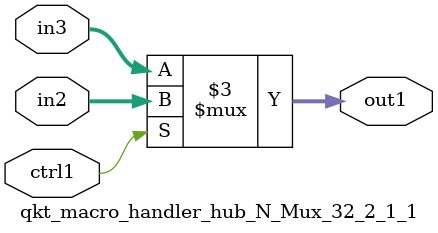
<source format=v>

`timescale 1ps / 1ps


module qkt_macro_handler_hub_N_Mux_32_2_1_1( in3, in2, ctrl1, out1 );

    input [31:0] in3;
    input [31:0] in2;
    input ctrl1;
    output [31:0] out1;
    reg [31:0] out1;

    
    // rtl_process:qkt_macro_handler_hub_N_Mux_32_2_1_1/qkt_macro_handler_hub_N_Mux_32_2_1_1_thread_1
    always @*
      begin : qkt_macro_handler_hub_N_Mux_32_2_1_1_thread_1
        case (ctrl1) 
          1'b1: 
            begin
              out1 = in2;
            end
          default: 
            begin
              out1 = in3;
            end
        endcase
      end

endmodule



</source>
